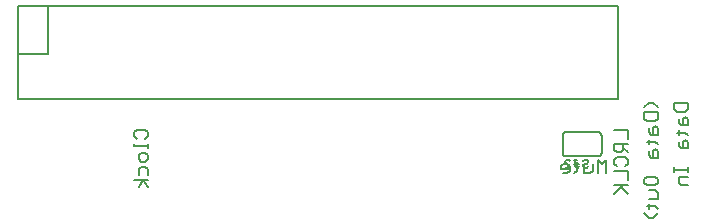
<source format=gbr>
G04 EAGLE Gerber RS-274X export*
G75*
%MOMM*%
%FSLAX34Y34*%
%LPD*%
%INSilkscreen Bottom*%
%IPPOS*%
%AMOC8*
5,1,8,0,0,1.08239X$1,22.5*%
G01*
%ADD10C,0.152400*%
%ADD11C,0.203200*%


D10*
X569317Y163322D02*
X569317Y174508D01*
X565588Y170779D01*
X561860Y174508D01*
X561860Y163322D01*
X557623Y165186D02*
X557623Y170779D01*
X557623Y165186D02*
X555759Y163322D01*
X550166Y163322D01*
X550166Y170779D01*
X544065Y172643D02*
X544065Y165186D01*
X542201Y163322D01*
X542201Y170779D02*
X545929Y170779D01*
X536269Y163322D02*
X532540Y163322D01*
X536269Y163322D02*
X538133Y165186D01*
X538133Y168915D01*
X536269Y170779D01*
X532540Y170779D01*
X530676Y168915D01*
X530676Y167051D01*
X538133Y167051D01*
X576062Y199898D02*
X587248Y199898D01*
X587248Y192441D01*
X587248Y188204D02*
X576062Y188204D01*
X576062Y182611D01*
X577927Y180747D01*
X581655Y180747D01*
X583520Y182611D01*
X583520Y188204D01*
X583520Y184476D02*
X587248Y180747D01*
X576062Y170917D02*
X577927Y169053D01*
X576062Y170917D02*
X576062Y174646D01*
X577927Y176510D01*
X585384Y176510D01*
X587248Y174646D01*
X587248Y170917D01*
X585384Y169053D01*
X587248Y164816D02*
X576062Y164816D01*
X587248Y164816D02*
X587248Y157359D01*
X587248Y153122D02*
X576062Y153122D01*
X576062Y145665D02*
X583520Y153122D01*
X581655Y151258D02*
X587248Y145665D01*
X626862Y222758D02*
X638048Y222758D01*
X638048Y217165D01*
X636184Y215301D01*
X628727Y215301D01*
X626862Y217165D01*
X626862Y222758D01*
X630591Y209200D02*
X630591Y205471D01*
X632455Y203607D01*
X638048Y203607D01*
X638048Y209200D01*
X636184Y211064D01*
X634320Y209200D01*
X634320Y203607D01*
X636184Y197506D02*
X628727Y197506D01*
X636184Y197506D02*
X638048Y195642D01*
X630591Y195642D02*
X630591Y199370D01*
X630591Y189710D02*
X630591Y185981D01*
X632455Y184117D01*
X638048Y184117D01*
X638048Y189710D01*
X636184Y191574D01*
X634320Y189710D01*
X634320Y184117D01*
X638048Y168186D02*
X638048Y164458D01*
X638048Y166322D02*
X626862Y166322D01*
X626862Y168186D02*
X626862Y164458D01*
X630591Y160390D02*
X638048Y160390D01*
X630591Y160390D02*
X630591Y154797D01*
X632455Y152933D01*
X638048Y152933D01*
X171527Y192441D02*
X169662Y194305D01*
X169662Y198034D01*
X171527Y199898D01*
X178984Y199898D01*
X180848Y198034D01*
X180848Y194305D01*
X178984Y192441D01*
X169662Y188204D02*
X169662Y186340D01*
X180848Y186340D01*
X180848Y188204D02*
X180848Y184476D01*
X180848Y178544D02*
X180848Y174815D01*
X178984Y172951D01*
X175255Y172951D01*
X173391Y174815D01*
X173391Y178544D01*
X175255Y180408D01*
X178984Y180408D01*
X180848Y178544D01*
X173391Y166850D02*
X173391Y161257D01*
X173391Y166850D02*
X175255Y168714D01*
X178984Y168714D01*
X180848Y166850D01*
X180848Y161257D01*
X180848Y157020D02*
X169662Y157020D01*
X177120Y157020D02*
X180848Y151427D01*
X177120Y157020D02*
X173391Y151427D01*
X608920Y222758D02*
X612648Y219030D01*
X608920Y222758D02*
X605191Y222758D01*
X601462Y219030D01*
X601462Y214962D02*
X612648Y214962D01*
X612648Y209369D01*
X610784Y207505D01*
X603327Y207505D01*
X601462Y209369D01*
X601462Y214962D01*
X605191Y201404D02*
X605191Y197675D01*
X607055Y195811D01*
X612648Y195811D01*
X612648Y201404D01*
X610784Y203268D01*
X608920Y201404D01*
X608920Y195811D01*
X610784Y189710D02*
X603327Y189710D01*
X610784Y189710D02*
X612648Y187846D01*
X605191Y187846D02*
X605191Y191574D01*
X605191Y181914D02*
X605191Y178185D01*
X607055Y176321D01*
X612648Y176321D01*
X612648Y181914D01*
X610784Y183778D01*
X608920Y181914D01*
X608920Y176321D01*
X601462Y158526D02*
X601462Y154797D01*
X601462Y158526D02*
X603327Y160390D01*
X610784Y160390D01*
X612648Y158526D01*
X612648Y154797D01*
X610784Y152933D01*
X603327Y152933D01*
X601462Y154797D01*
X605191Y148696D02*
X610784Y148696D01*
X612648Y146832D01*
X612648Y141239D01*
X605191Y141239D01*
X603327Y135138D02*
X610784Y135138D01*
X612648Y133274D01*
X605191Y133274D02*
X605191Y137002D01*
X612648Y129206D02*
X608920Y125478D01*
X605191Y125478D01*
X601462Y129206D01*
D11*
X71120Y264160D02*
X71120Y304800D01*
X71120Y264160D02*
X71120Y226060D01*
X579120Y226060D01*
X579120Y304800D02*
X96520Y304800D01*
X71120Y304800D01*
X579120Y304800D02*
X579120Y226060D01*
X96520Y264160D02*
X71120Y264160D01*
X96520Y264160D02*
X96520Y304800D01*
X534670Y198120D02*
X562610Y198120D01*
X565150Y180340D02*
X565148Y180240D01*
X565142Y180141D01*
X565132Y180041D01*
X565119Y179943D01*
X565101Y179844D01*
X565080Y179747D01*
X565055Y179651D01*
X565026Y179555D01*
X564993Y179461D01*
X564957Y179368D01*
X564917Y179277D01*
X564873Y179187D01*
X564826Y179099D01*
X564776Y179013D01*
X564722Y178929D01*
X564665Y178847D01*
X564605Y178768D01*
X564541Y178690D01*
X564475Y178616D01*
X564406Y178544D01*
X564334Y178475D01*
X564260Y178409D01*
X564182Y178345D01*
X564103Y178285D01*
X564021Y178228D01*
X563937Y178174D01*
X563851Y178124D01*
X563763Y178077D01*
X563673Y178033D01*
X563582Y177993D01*
X563489Y177957D01*
X563395Y177924D01*
X563299Y177895D01*
X563203Y177870D01*
X563106Y177849D01*
X563007Y177831D01*
X562909Y177818D01*
X562809Y177808D01*
X562710Y177802D01*
X562610Y177800D01*
X534670Y177800D02*
X534570Y177802D01*
X534471Y177808D01*
X534371Y177818D01*
X534273Y177831D01*
X534174Y177849D01*
X534077Y177870D01*
X533981Y177895D01*
X533885Y177924D01*
X533791Y177957D01*
X533698Y177993D01*
X533607Y178033D01*
X533517Y178077D01*
X533429Y178124D01*
X533343Y178174D01*
X533259Y178228D01*
X533177Y178285D01*
X533098Y178345D01*
X533020Y178409D01*
X532946Y178475D01*
X532874Y178544D01*
X532805Y178616D01*
X532739Y178690D01*
X532675Y178768D01*
X532615Y178847D01*
X532558Y178929D01*
X532504Y179013D01*
X532454Y179099D01*
X532407Y179187D01*
X532363Y179277D01*
X532323Y179368D01*
X532287Y179461D01*
X532254Y179555D01*
X532225Y179651D01*
X532200Y179747D01*
X532179Y179844D01*
X532161Y179943D01*
X532148Y180041D01*
X532138Y180141D01*
X532132Y180240D01*
X532130Y180340D01*
X532130Y195580D02*
X532132Y195680D01*
X532138Y195779D01*
X532148Y195879D01*
X532161Y195977D01*
X532179Y196076D01*
X532200Y196173D01*
X532225Y196269D01*
X532254Y196365D01*
X532287Y196459D01*
X532323Y196552D01*
X532363Y196643D01*
X532407Y196733D01*
X532454Y196821D01*
X532504Y196907D01*
X532558Y196991D01*
X532615Y197073D01*
X532675Y197152D01*
X532739Y197230D01*
X532805Y197304D01*
X532874Y197376D01*
X532946Y197445D01*
X533020Y197511D01*
X533098Y197575D01*
X533177Y197635D01*
X533259Y197692D01*
X533343Y197746D01*
X533429Y197796D01*
X533517Y197843D01*
X533607Y197887D01*
X533698Y197927D01*
X533791Y197963D01*
X533885Y197996D01*
X533981Y198025D01*
X534077Y198050D01*
X534174Y198071D01*
X534273Y198089D01*
X534371Y198102D01*
X534471Y198112D01*
X534570Y198118D01*
X534670Y198120D01*
X562610Y198120D02*
X562710Y198118D01*
X562809Y198112D01*
X562909Y198102D01*
X563007Y198089D01*
X563106Y198071D01*
X563203Y198050D01*
X563299Y198025D01*
X563395Y197996D01*
X563489Y197963D01*
X563582Y197927D01*
X563673Y197887D01*
X563763Y197843D01*
X563851Y197796D01*
X563937Y197746D01*
X564021Y197692D01*
X564103Y197635D01*
X564182Y197575D01*
X564260Y197511D01*
X564334Y197445D01*
X564406Y197376D01*
X564475Y197304D01*
X564541Y197230D01*
X564605Y197152D01*
X564665Y197073D01*
X564722Y196991D01*
X564776Y196907D01*
X564826Y196821D01*
X564873Y196733D01*
X564917Y196643D01*
X564957Y196552D01*
X564993Y196459D01*
X565026Y196365D01*
X565055Y196269D01*
X565080Y196173D01*
X565101Y196076D01*
X565119Y195977D01*
X565132Y195879D01*
X565142Y195779D01*
X565148Y195680D01*
X565150Y195580D01*
X565150Y180340D01*
X532130Y180340D02*
X532130Y195580D01*
X534670Y177800D02*
X562610Y177800D01*
D10*
X550516Y174504D02*
X549414Y173402D01*
X550516Y174504D02*
X552719Y174504D01*
X553820Y173402D01*
X553820Y172300D01*
X552719Y171199D01*
X550516Y171199D01*
X549414Y170097D01*
X549414Y168996D01*
X550516Y167894D01*
X552719Y167894D01*
X553820Y168996D01*
X546336Y168996D02*
X545235Y167894D01*
X544133Y167894D01*
X543032Y168996D01*
X543032Y174504D01*
X544133Y174504D02*
X541930Y174504D01*
X538852Y167894D02*
X534446Y167894D01*
X538852Y167894D02*
X534446Y172300D01*
X534446Y173402D01*
X535547Y174504D01*
X537751Y174504D01*
X538852Y173402D01*
M02*

</source>
